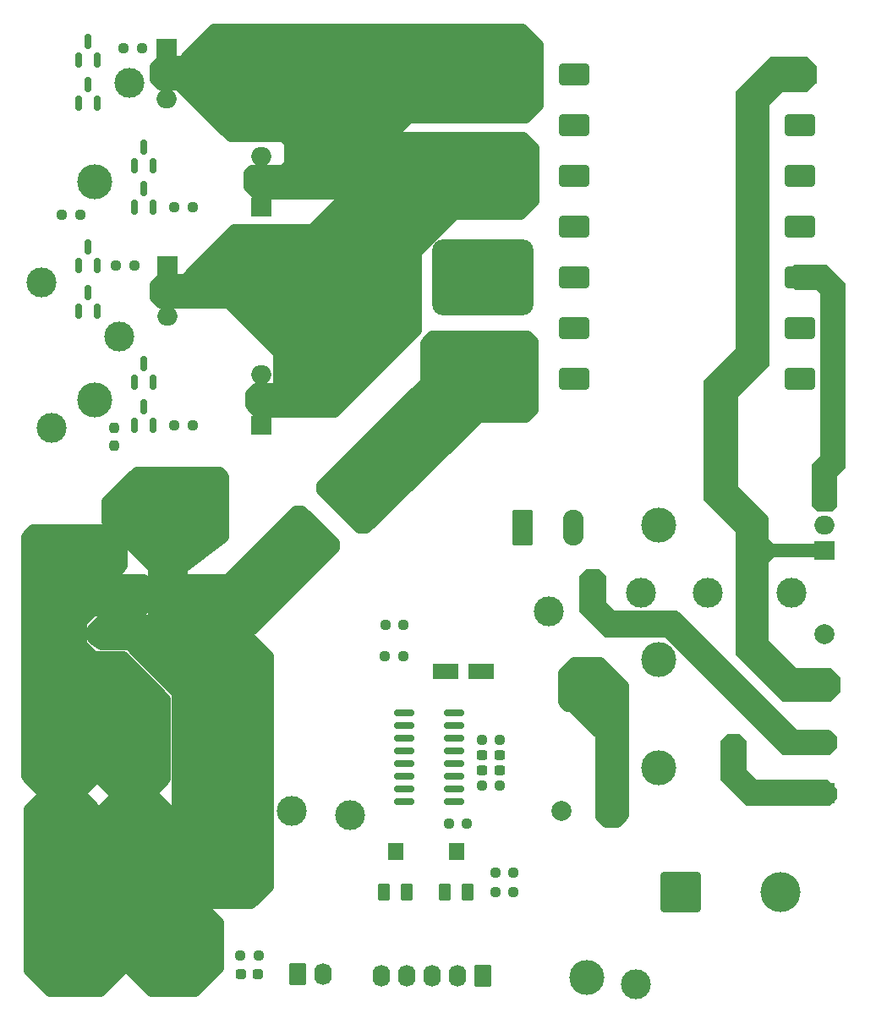
<source format=gbr>
%TF.GenerationSoftware,KiCad,Pcbnew,9.0.3*%
%TF.CreationDate,2025-08-21T00:43:34-03:00*%
%TF.ProjectId,PCB_Conversor,5043425f-436f-46e7-9665-72736f722e6b,rev?*%
%TF.SameCoordinates,Original*%
%TF.FileFunction,Soldermask,Top*%
%TF.FilePolarity,Negative*%
%FSLAX46Y46*%
G04 Gerber Fmt 4.6, Leading zero omitted, Abs format (unit mm)*
G04 Created by KiCad (PCBNEW 9.0.3) date 2025-08-21 00:43:34*
%MOMM*%
%LPD*%
G01*
G04 APERTURE LIST*
G04 Aperture macros list*
%AMRoundRect*
0 Rectangle with rounded corners*
0 $1 Rounding radius*
0 $2 $3 $4 $5 $6 $7 $8 $9 X,Y pos of 4 corners*
0 Add a 4 corners polygon primitive as box body*
4,1,4,$2,$3,$4,$5,$6,$7,$8,$9,$2,$3,0*
0 Add four circle primitives for the rounded corners*
1,1,$1+$1,$2,$3*
1,1,$1+$1,$4,$5*
1,1,$1+$1,$6,$7*
1,1,$1+$1,$8,$9*
0 Add four rect primitives between the rounded corners*
20,1,$1+$1,$2,$3,$4,$5,0*
20,1,$1+$1,$4,$5,$6,$7,0*
20,1,$1+$1,$6,$7,$8,$9,0*
20,1,$1+$1,$8,$9,$2,$3,0*%
G04 Aperture macros list end*
%ADD10C,1.200000*%
%ADD11C,8.636000*%
%ADD12RoundRect,0.237500X-0.250000X-0.237500X0.250000X-0.237500X0.250000X0.237500X-0.250000X0.237500X0*%
%ADD13RoundRect,0.250000X0.620000X0.845000X-0.620000X0.845000X-0.620000X-0.845000X0.620000X-0.845000X0*%
%ADD14O,1.740000X2.190000*%
%ADD15RoundRect,0.250000X-1.050000X-0.550000X1.050000X-0.550000X1.050000X0.550000X-1.050000X0.550000X0*%
%ADD16C,3.000000*%
%ADD17RoundRect,0.237500X0.250000X0.237500X-0.250000X0.237500X-0.250000X-0.237500X0.250000X-0.237500X0*%
%ADD18RoundRect,0.250001X-0.949999X0.949999X-0.949999X-0.949999X0.949999X-0.949999X0.949999X0.949999X0*%
%ADD19C,2.400000*%
%ADD20RoundRect,0.237500X0.237500X-0.250000X0.237500X0.250000X-0.237500X0.250000X-0.237500X-0.250000X0*%
%ADD21RoundRect,0.250000X-1.750000X-1.750000X1.750000X-1.750000X1.750000X1.750000X-1.750000X1.750000X0*%
%ADD22C,4.000000*%
%ADD23RoundRect,0.150000X0.150000X-0.587500X0.150000X0.587500X-0.150000X0.587500X-0.150000X-0.587500X0*%
%ADD24RoundRect,0.250000X0.350000X0.625000X-0.350000X0.625000X-0.350000X-0.625000X0.350000X-0.625000X0*%
%ADD25RoundRect,0.250000X0.550000X0.625000X-0.550000X0.625000X-0.550000X-0.625000X0.550000X-0.625000X0*%
%ADD26RoundRect,0.253000X0.347000X0.622000X-0.347000X0.622000X-0.347000X-0.622000X0.347000X-0.622000X0*%
%ADD27C,3.810000*%
%ADD28RoundRect,0.237500X0.287500X0.237500X-0.287500X0.237500X-0.287500X-0.237500X0.287500X-0.237500X0*%
%ADD29RoundRect,0.249999X-0.790001X-1.550001X0.790001X-1.550001X0.790001X1.550001X-0.790001X1.550001X0*%
%ADD30O,2.080000X3.600000*%
%ADD31RoundRect,0.250000X-0.620000X-0.845000X0.620000X-0.845000X0.620000X0.845000X-0.620000X0.845000X0*%
%ADD32RoundRect,0.237500X-0.300000X-0.237500X0.300000X-0.237500X0.300000X0.237500X-0.300000X0.237500X0*%
%ADD33RoundRect,1.143000X-3.937000X2.667000X-3.937000X-2.667000X3.937000X-2.667000X3.937000X2.667000X0*%
%ADD34RoundRect,0.330000X-1.170000X-0.770000X1.170000X-0.770000X1.170000X0.770000X-1.170000X0.770000X0*%
%ADD35RoundRect,0.237500X0.300000X0.237500X-0.300000X0.237500X-0.300000X-0.237500X0.300000X-0.237500X0*%
%ADD36RoundRect,0.150000X0.825000X0.150000X-0.825000X0.150000X-0.825000X-0.150000X0.825000X-0.150000X0*%
%ADD37C,3.500000*%
%ADD38R,2.000000X2.000000*%
%ADD39C,2.000000*%
%ADD40R,2.000000X1.905000*%
%ADD41O,2.000000X1.905000*%
G04 APERTURE END LIST*
D10*
X113271000Y-61512246D02*
X113271000Y-66846246D01*
X112001000Y-68116246D01*
X105397000Y-68116246D01*
X101460000Y-72053246D01*
X101460000Y-79800246D01*
X93332000Y-87928246D01*
X85585000Y-87928246D01*
X84950000Y-87293246D01*
X84950000Y-86150246D01*
X85458000Y-85642246D01*
X87490000Y-85642246D01*
X87744000Y-85388246D01*
X87744000Y-82086246D01*
X82664000Y-77006246D01*
X75933000Y-77006246D01*
X75425000Y-76498246D01*
X75425000Y-75228246D01*
X75933000Y-74720246D01*
X78346000Y-74720246D01*
X83299000Y-69767246D01*
X91046000Y-69767246D01*
X100317000Y-60496246D01*
X112255000Y-60496246D01*
X113271000Y-61512246D01*
G36*
X113271000Y-61512246D02*
G01*
X113271000Y-66846246D01*
X112001000Y-68116246D01*
X105397000Y-68116246D01*
X101460000Y-72053246D01*
X101460000Y-79800246D01*
X93332000Y-87928246D01*
X85585000Y-87928246D01*
X84950000Y-87293246D01*
X84950000Y-86150246D01*
X85458000Y-85642246D01*
X87490000Y-85642246D01*
X87744000Y-85388246D01*
X87744000Y-82086246D01*
X82664000Y-77006246D01*
X75933000Y-77006246D01*
X75425000Y-76498246D01*
X75425000Y-75228246D01*
X75933000Y-74720246D01*
X78346000Y-74720246D01*
X83299000Y-69767246D01*
X91046000Y-69767246D01*
X100317000Y-60496246D01*
X112255000Y-60496246D01*
X113271000Y-61512246D01*
G37*
X76631000Y-127773246D02*
X76631000Y-133996246D01*
X81711000Y-139076246D01*
X81711000Y-143648246D01*
X79425000Y-145934246D01*
X74980000Y-145934246D01*
X72948000Y-143902246D01*
X72948000Y-136830651D01*
X70154000Y-134163651D01*
X70154000Y-127773246D01*
X71424000Y-126503246D01*
X75361000Y-126503246D01*
X76631000Y-127773246D01*
G36*
X76631000Y-127773246D02*
G01*
X76631000Y-133996246D01*
X81711000Y-139076246D01*
X81711000Y-143648246D01*
X79425000Y-145934246D01*
X74980000Y-145934246D01*
X72948000Y-143902246D01*
X72948000Y-136830651D01*
X70154000Y-134163651D01*
X70154000Y-127773246D01*
X71424000Y-126503246D01*
X75361000Y-126503246D01*
X76631000Y-127773246D01*
G37*
X122263198Y-115365598D02*
X122263198Y-128333995D01*
X121623695Y-128987598D01*
X120549198Y-128987598D01*
X120041198Y-128479598D01*
X120041198Y-120250211D01*
X117056198Y-117397598D01*
X116675198Y-117397598D01*
X116294198Y-117016598D01*
X116294198Y-114095598D01*
X117310198Y-113079598D01*
X119977198Y-113079598D01*
X122263198Y-115365598D01*
G36*
X122263198Y-115365598D02*
G01*
X122263198Y-128333995D01*
X121623695Y-128987598D01*
X120549198Y-128987598D01*
X120041198Y-128479598D01*
X120041198Y-120250211D01*
X117056198Y-117397598D01*
X116675198Y-117397598D01*
X116294198Y-117016598D01*
X116294198Y-114095598D01*
X117310198Y-113079598D01*
X119977198Y-113079598D01*
X122263198Y-115365598D01*
G37*
X113652000Y-51225246D02*
X113652000Y-57321246D01*
X112509000Y-58464246D01*
X100825000Y-58464246D01*
X93205000Y-66084246D01*
X85458000Y-66084246D01*
X84823000Y-65449246D01*
X84823000Y-64052246D01*
X85077000Y-63798246D01*
X88252000Y-63798246D01*
X88887000Y-63163246D01*
X88887000Y-61004246D01*
X88252000Y-60369246D01*
X82918000Y-60369246D01*
X77711000Y-55162246D01*
X75933000Y-55162246D01*
X75425000Y-54654246D01*
X75425000Y-53384246D01*
X75933000Y-52876246D01*
X78092000Y-52876246D01*
X81267000Y-49701246D01*
X112128000Y-49701246D01*
X113652000Y-51225246D01*
G36*
X113652000Y-51225246D02*
G01*
X113652000Y-57321246D01*
X112509000Y-58464246D01*
X100825000Y-58464246D01*
X93205000Y-66084246D01*
X85458000Y-66084246D01*
X84823000Y-65449246D01*
X84823000Y-64052246D01*
X85077000Y-63798246D01*
X88252000Y-63798246D01*
X88887000Y-63163246D01*
X88887000Y-61004246D01*
X88252000Y-60369246D01*
X82918000Y-60369246D01*
X77711000Y-55162246D01*
X75933000Y-55162246D01*
X75425000Y-54654246D01*
X75425000Y-53384246D01*
X75933000Y-52876246D01*
X78092000Y-52876246D01*
X81267000Y-49701246D01*
X112128000Y-49701246D01*
X113652000Y-51225246D01*
G37*
X74218000Y-107707246D02*
X74091000Y-107834246D01*
X69138000Y-107834246D01*
X67995000Y-108977246D01*
X67995000Y-111263246D01*
X69265000Y-112533246D01*
X72186000Y-112533246D01*
X76377000Y-116724246D01*
X76377000Y-124725246D01*
X75234000Y-125868246D01*
X71043000Y-125868246D01*
X70027000Y-124852246D01*
X70027000Y-116978246D01*
X65518000Y-112469246D01*
X65518000Y-107898246D01*
X68630000Y-104786246D01*
X74218000Y-104786246D01*
X74218000Y-107707246D01*
G36*
X74218000Y-107707246D02*
G01*
X74091000Y-107834246D01*
X69138000Y-107834246D01*
X67995000Y-108977246D01*
X67995000Y-111263246D01*
X69265000Y-112533246D01*
X72186000Y-112533246D01*
X76377000Y-116724246D01*
X76377000Y-124725246D01*
X75234000Y-125868246D01*
X71043000Y-125868246D01*
X70027000Y-124852246D01*
X70027000Y-116978246D01*
X65518000Y-112469246D01*
X65518000Y-107898246D01*
X68630000Y-104786246D01*
X74218000Y-104786246D01*
X74218000Y-107707246D01*
G37*
X69265000Y-127646246D02*
X69265000Y-134631246D01*
X71932000Y-137298246D01*
X71932000Y-143902246D01*
X69900000Y-145934246D01*
X64820000Y-145934246D01*
X62788000Y-143902246D01*
X62788000Y-127773246D01*
X64058000Y-126503246D01*
X68122000Y-126503246D01*
X69265000Y-127646246D01*
G36*
X69265000Y-127646246D02*
G01*
X69265000Y-134631246D01*
X71932000Y-137298246D01*
X71932000Y-143902246D01*
X69900000Y-145934246D01*
X64820000Y-145934246D01*
X62788000Y-143902246D01*
X62788000Y-127773246D01*
X64058000Y-126503246D01*
X68122000Y-126503246D01*
X69265000Y-127646246D01*
G37*
X93268000Y-101103246D02*
X93268000Y-101611246D01*
X85193000Y-109686246D01*
X78663000Y-109686246D01*
X78663000Y-104786246D01*
X82600000Y-104786246D01*
X89458000Y-97928246D01*
X90093000Y-97928246D01*
X93268000Y-101103246D01*
G36*
X93268000Y-101103246D02*
G01*
X93268000Y-101611246D01*
X85193000Y-109686246D01*
X78663000Y-109686246D01*
X78663000Y-104786246D01*
X82600000Y-104786246D01*
X89458000Y-97928246D01*
X90093000Y-97928246D01*
X93268000Y-101103246D01*
G37*
X82207948Y-94469840D02*
X82203523Y-100501246D01*
X78028000Y-103643246D01*
X78028000Y-110501246D01*
X84759000Y-110501246D01*
X86664000Y-112406246D01*
X86664000Y-135520246D01*
X85013000Y-137171246D01*
X80949000Y-137171246D01*
X77647000Y-133869246D01*
X77647000Y-132980246D01*
X77647000Y-116168230D01*
X72817112Y-111263246D01*
X70027000Y-111263246D01*
X69138000Y-110625600D01*
X69138000Y-109718079D01*
X70027000Y-108850246D01*
X75234000Y-108850246D01*
X75234000Y-103643246D01*
X70599000Y-98974469D01*
X70599000Y-96945246D01*
X73520000Y-94024246D01*
X81849593Y-94024246D01*
X82207948Y-94469840D01*
G36*
X82207948Y-94469840D02*
G01*
X82203523Y-100501246D01*
X78028000Y-103643246D01*
X78028000Y-110501246D01*
X84759000Y-110501246D01*
X86664000Y-112406246D01*
X86664000Y-135520246D01*
X85013000Y-137171246D01*
X80949000Y-137171246D01*
X77647000Y-133869246D01*
X77647000Y-132980246D01*
X77647000Y-116168230D01*
X72817112Y-111263246D01*
X70027000Y-111263246D01*
X69138000Y-110625600D01*
X69138000Y-109718079D01*
X70027000Y-108850246D01*
X75234000Y-108850246D01*
X75234000Y-103643246D01*
X70599000Y-98974469D01*
X70599000Y-96945246D01*
X73520000Y-94024246D01*
X81849593Y-94024246D01*
X82207948Y-94469840D01*
G37*
X72059000Y-101611246D02*
X72059000Y-103389246D01*
X71424000Y-104024246D01*
X68376000Y-104024246D01*
X64947000Y-107453246D01*
X64947000Y-113168246D01*
X69138000Y-117359246D01*
X69138000Y-124852246D01*
X68122000Y-125868246D01*
X63931000Y-125868246D01*
X62534000Y-124471246D01*
X62534000Y-100468246D01*
X63169000Y-99833246D01*
X70281000Y-99833246D01*
X72059000Y-101611246D01*
G36*
X72059000Y-101611246D02*
G01*
X72059000Y-103389246D01*
X71424000Y-104024246D01*
X68376000Y-104024246D01*
X64947000Y-107453246D01*
X64947000Y-113168246D01*
X69138000Y-117359246D01*
X69138000Y-124852246D01*
X68122000Y-125868246D01*
X63931000Y-125868246D01*
X62534000Y-124471246D01*
X62534000Y-100468246D01*
X63169000Y-99833246D01*
X70281000Y-99833246D01*
X72059000Y-101611246D01*
G37*
X113144000Y-80943246D02*
X113144000Y-82963093D01*
X113144000Y-87801246D01*
X112509000Y-88436246D01*
X107810000Y-88436246D01*
X96489216Y-99579246D01*
X95818519Y-99579246D01*
X92125000Y-95821117D01*
X92125000Y-95278995D01*
X102476000Y-85007246D01*
X102476000Y-81070246D01*
X103111000Y-80435246D01*
X112636000Y-80435246D01*
X113144000Y-80943246D01*
G36*
X113144000Y-80943246D02*
G01*
X113144000Y-82963093D01*
X113144000Y-87801246D01*
X112509000Y-88436246D01*
X107810000Y-88436246D01*
X96489216Y-99579246D01*
X95818519Y-99579246D01*
X92125000Y-95821117D01*
X92125000Y-95278995D01*
X102476000Y-85007246D01*
X102476000Y-81070246D01*
X103111000Y-80435246D01*
X112636000Y-80435246D01*
X113144000Y-80943246D01*
G37*
D11*
%TO.C,Pwr+2*%
X77330000Y-141616246D03*
%TD*%
D12*
%TO.C,R31*%
X108082000Y-120788246D03*
X109907000Y-120788246D03*
%TD*%
D13*
%TO.C,HMI_Signal_B1*%
X108191000Y-144410246D03*
D14*
X105651000Y-144410246D03*
X103111000Y-144410246D03*
X100571000Y-144410246D03*
X98031000Y-144410246D03*
%TD*%
D12*
%TO.C,R25*%
X77306500Y-89325246D03*
X79131500Y-89325246D03*
%TD*%
D15*
%TO.C,C16*%
X104424000Y-113930246D03*
X108024000Y-113930246D03*
%TD*%
D12*
%TO.C,R22*%
X66027000Y-68243246D03*
X67852000Y-68243246D03*
%TD*%
D16*
%TO.C,TP2*%
X71742000Y-80435246D03*
%TD*%
D12*
%TO.C,R23*%
X72226500Y-51530046D03*
X74051500Y-51530046D03*
%TD*%
D17*
%TO.C,R2*%
X85712000Y-142378246D03*
X83887000Y-142378246D03*
%TD*%
D18*
%TO.C,C3*%
X69723000Y-102659246D03*
D19*
X69723000Y-110159246D03*
%TD*%
D17*
%TO.C,R32*%
X100213500Y-112439246D03*
X98388500Y-112439246D03*
%TD*%
D20*
%TO.C,R24*%
X71234000Y-91357246D03*
X71234000Y-89532246D03*
%TD*%
D18*
%TO.C,C4*%
X85839000Y-106353492D03*
D19*
X85839000Y-113853492D03*
%TD*%
D16*
%TO.C,TP5*%
X123494000Y-145299246D03*
%TD*%
D21*
%TO.C,C5*%
X128003000Y-136028246D03*
D22*
X138003000Y-136028246D03*
%TD*%
D12*
%TO.C,R29*%
X109437500Y-134123246D03*
X111262500Y-134123246D03*
%TD*%
D23*
%TO.C,Q14*%
X73271000Y-63290246D03*
X75171000Y-63290246D03*
X74221000Y-61415246D03*
%TD*%
D24*
%TO.C,RV2*%
X100578000Y-136021246D03*
D25*
X99428000Y-131971246D03*
D26*
X98278000Y-136021246D03*
%TD*%
D27*
%TO.C,F1*%
X65836000Y-133361246D03*
X65836000Y-128281246D03*
X65836000Y-124090246D03*
X65836000Y-119010246D03*
%TD*%
D12*
%TO.C,R21*%
X77306500Y-67481246D03*
X79131500Y-67481246D03*
%TD*%
%TO.C,R40*%
X104762000Y-129170246D03*
X106587000Y-129170246D03*
%TD*%
D16*
%TO.C,TP6*%
X65011000Y-89579246D03*
%TD*%
D28*
%TO.C,D6*%
X85684000Y-144283246D03*
X83934000Y-144283246D03*
%TD*%
D23*
%TO.C,Q23*%
X67678000Y-77895246D03*
X69578000Y-77895246D03*
X68628000Y-76020246D03*
%TD*%
D11*
%TO.C,Pwr+1*%
X67551000Y-141616246D03*
%TD*%
D24*
%TO.C,RV1*%
X106674000Y-136021246D03*
D25*
X105524000Y-131971246D03*
D26*
X104374000Y-136021246D03*
%TD*%
D16*
%TO.C,TP8*%
X114795000Y-107961246D03*
%TD*%
%TO.C,TP7*%
X63995000Y-74974246D03*
%TD*%
%TO.C,TP9*%
X94856000Y-128314246D03*
%TD*%
D29*
%TO.C,HVDCBus_A1*%
X112128000Y-99579246D03*
D30*
X117208000Y-99579246D03*
%TD*%
D16*
%TO.C,TP4*%
X124002000Y-106056246D03*
%TD*%
D17*
%TO.C,R28*%
X111262500Y-136028246D03*
X109437500Y-136028246D03*
%TD*%
D31*
%TO.C,12V_PwrCnv1*%
X89649000Y-144283246D03*
D14*
X92189000Y-144283246D03*
%TD*%
D17*
%TO.C,R33*%
X100248616Y-109319252D03*
X98423616Y-109319252D03*
%TD*%
D11*
%TO.C,Pwr-1*%
X82410000Y-123201246D03*
%TD*%
D32*
%TO.C,C14*%
X108131200Y-123836246D03*
X109856200Y-123836246D03*
%TD*%
D16*
%TO.C,TP3*%
X72758000Y-55035246D03*
%TD*%
D23*
%TO.C,Q22*%
X67678000Y-73323246D03*
X69578000Y-73323246D03*
X68628000Y-71448246D03*
%TD*%
%TO.C,Q16*%
X67683000Y-52719246D03*
X69583000Y-52719246D03*
X68633000Y-50844246D03*
%TD*%
D12*
%TO.C,R26*%
X71464500Y-73323246D03*
X73289500Y-73323246D03*
%TD*%
D33*
%TO.C,TR1*%
X108191000Y-54146246D03*
X108191000Y-64306246D03*
X108191000Y-74466246D03*
X108191000Y-84626246D03*
D34*
X139941000Y-54146246D03*
X139941000Y-74466246D03*
X117335000Y-54146246D03*
X139941000Y-59226246D03*
X117335000Y-59226246D03*
X139941000Y-64306246D03*
X117335000Y-64306246D03*
X139941000Y-69386246D03*
X117335000Y-69386246D03*
X117335000Y-74466246D03*
X139941000Y-79546246D03*
X117335000Y-79546246D03*
X139941000Y-84626246D03*
X117335000Y-84626246D03*
%TD*%
D11*
%TO.C,Pwr-2*%
X82410000Y-132599246D03*
%TD*%
D12*
%TO.C,R30*%
X108082000Y-125360246D03*
X109907000Y-125360246D03*
%TD*%
D27*
%TO.C,F2*%
X73329000Y-133361246D03*
X73329000Y-128281246D03*
X73329000Y-124090246D03*
X73329000Y-119010246D03*
%TD*%
D16*
%TO.C,L1*%
X139115000Y-106056246D03*
X130735000Y-106056246D03*
%TD*%
D23*
%TO.C,Q17*%
X67683000Y-57067246D03*
X69583000Y-57067246D03*
X68633000Y-55192246D03*
%TD*%
%TO.C,Q20*%
X73266000Y-85007246D03*
X75166000Y-85007246D03*
X74216000Y-83132246D03*
%TD*%
D35*
%TO.C,C15*%
X109856200Y-122312246D03*
X108131200Y-122312246D03*
%TD*%
D36*
%TO.C,U12*%
X105270000Y-127011246D03*
X105270000Y-125741246D03*
X105270000Y-124471246D03*
X105270000Y-123201246D03*
X105270000Y-121931246D03*
X105270000Y-120661246D03*
X105270000Y-119391246D03*
X105270000Y-118121246D03*
X100320000Y-118121246D03*
X100320000Y-119391246D03*
X100320000Y-120661246D03*
X100320000Y-121931246D03*
X100320000Y-123201246D03*
X100320000Y-124471246D03*
X100320000Y-125741246D03*
X100320000Y-127011246D03*
%TD*%
D16*
%TO.C,TP1*%
X89014000Y-127933246D03*
%TD*%
D23*
%TO.C,Q19*%
X73266000Y-89325246D03*
X75166000Y-89325246D03*
X74216000Y-87450246D03*
%TD*%
%TO.C,Q13*%
X73271000Y-67481246D03*
X75171000Y-67481246D03*
X74221000Y-65606246D03*
%TD*%
D37*
%TO.C,D4*%
X125757000Y-123582246D03*
D38*
X142417000Y-126122246D03*
D39*
X142417000Y-121042246D03*
%TD*%
D37*
%TO.C,D5*%
X118607000Y-144560246D03*
D38*
X121147000Y-127900246D03*
D39*
X116067000Y-127900246D03*
%TD*%
D37*
%TO.C,D3*%
X125757000Y-99325246D03*
D40*
X142417000Y-101865246D03*
D41*
X142417000Y-99325246D03*
X142417000Y-96785246D03*
%TD*%
D37*
%TO.C,D2*%
X125757000Y-112787246D03*
D38*
X142417000Y-115327246D03*
D39*
X142417000Y-110247246D03*
%TD*%
D37*
%TO.C,Q18*%
X93205000Y-54082746D03*
D40*
X76545000Y-51542746D03*
D41*
X76545000Y-54082746D03*
X76545000Y-56622746D03*
%TD*%
D37*
%TO.C,Q21*%
X69329000Y-86785246D03*
D40*
X85989000Y-89325246D03*
D41*
X85989000Y-86785246D03*
X85989000Y-84245246D03*
%TD*%
D37*
%TO.C,Q15*%
X69306000Y-64941246D03*
D40*
X85966000Y-67481246D03*
D41*
X85966000Y-64941246D03*
X85966000Y-62401246D03*
%TD*%
D37*
%TO.C,Q24*%
X93228000Y-75863246D03*
D40*
X76568000Y-73323246D03*
D41*
X76568000Y-75863246D03*
X76568000Y-78403246D03*
%TD*%
G36*
X119890677Y-103695931D02*
G01*
X119911319Y-103712565D01*
X120473681Y-104274927D01*
X120507166Y-104336250D01*
X120510000Y-104362608D01*
X120510000Y-106978246D01*
X121399000Y-107867246D01*
X127697638Y-107867246D01*
X127764677Y-107886931D01*
X127785319Y-107903565D01*
X139687000Y-119805246D01*
X142937638Y-119805246D01*
X143004677Y-119824931D01*
X143025319Y-119841565D01*
X143587681Y-120403927D01*
X143621166Y-120465250D01*
X143624000Y-120491608D01*
X143624000Y-121531884D01*
X143604315Y-121598923D01*
X143587681Y-121619565D01*
X142898319Y-122308927D01*
X142836996Y-122342412D01*
X142810638Y-122345246D01*
X138341362Y-122345246D01*
X138274323Y-122325561D01*
X138253681Y-122308927D01*
X126479000Y-110534246D01*
X120434362Y-110534246D01*
X120367323Y-110514561D01*
X120346681Y-110497927D01*
X117879319Y-108030565D01*
X117845834Y-107969242D01*
X117843000Y-107942884D01*
X117843000Y-104489608D01*
X117862685Y-104422569D01*
X117879319Y-104401927D01*
X118568681Y-103712565D01*
X118630004Y-103679080D01*
X118656362Y-103676246D01*
X119823638Y-103676246D01*
X119890677Y-103695931D01*
G37*
G36*
X133860677Y-120205931D02*
G01*
X133881319Y-120222565D01*
X134570681Y-120911927D01*
X134604166Y-120973250D01*
X134607000Y-120999608D01*
X134607000Y-123742246D01*
X135623000Y-124758246D01*
X142683638Y-124758246D01*
X142750677Y-124777931D01*
X142771319Y-124794565D01*
X143587681Y-125610927D01*
X143621166Y-125672250D01*
X143624000Y-125698608D01*
X143624000Y-126611884D01*
X143604315Y-126678923D01*
X143587681Y-126699565D01*
X142898319Y-127388927D01*
X142836996Y-127422412D01*
X142810638Y-127425246D01*
X134658362Y-127425246D01*
X134591323Y-127405561D01*
X134570681Y-127388927D01*
X131976319Y-124794565D01*
X131942834Y-124733242D01*
X131940000Y-124706884D01*
X131940000Y-120999608D01*
X131959685Y-120932569D01*
X131976319Y-120911927D01*
X132665681Y-120222565D01*
X132727004Y-120189080D01*
X132753362Y-120186246D01*
X133793638Y-120186246D01*
X133860677Y-120205931D01*
G37*
G36*
X142623677Y-73215931D02*
G01*
X142644319Y-73232565D01*
X144476681Y-75064927D01*
X144510166Y-75126250D01*
X144513000Y-75152608D01*
X144513000Y-93464884D01*
X144493315Y-93531923D01*
X144476681Y-93552565D01*
X143624000Y-94405245D01*
X143624000Y-97401884D01*
X143604315Y-97468923D01*
X143587681Y-97489565D01*
X143152319Y-97924927D01*
X143090996Y-97958412D01*
X143064638Y-97961246D01*
X141770362Y-97961246D01*
X141703323Y-97941561D01*
X141682681Y-97924927D01*
X141120319Y-97362565D01*
X141086834Y-97301242D01*
X141084000Y-97274884D01*
X141084000Y-93313608D01*
X141103685Y-93246569D01*
X141120319Y-93225927D01*
X141972999Y-92373246D01*
X141973000Y-92373245D01*
X141973000Y-76117246D01*
X141592000Y-75736246D01*
X139484362Y-75736246D01*
X139417323Y-75716561D01*
X139396681Y-75699927D01*
X138707319Y-75010565D01*
X138673834Y-74949242D01*
X138671000Y-74922884D01*
X138671000Y-74009608D01*
X138690685Y-73942569D01*
X138707319Y-73921927D01*
X139396681Y-73232565D01*
X139458004Y-73199080D01*
X139484362Y-73196246D01*
X142556638Y-73196246D01*
X142623677Y-73215931D01*
G37*
G36*
X140718677Y-52387931D02*
G01*
X140739319Y-52404565D01*
X141555681Y-53220927D01*
X141589166Y-53282250D01*
X141592000Y-53308608D01*
X141592000Y-54983884D01*
X141572315Y-55050923D01*
X141555681Y-55071565D01*
X140739319Y-55887927D01*
X140677996Y-55921412D01*
X140651638Y-55924246D01*
X138162999Y-55924246D01*
X136893000Y-57194245D01*
X136893000Y-83177884D01*
X136873315Y-83244923D01*
X136856681Y-83265565D01*
X133718000Y-86404245D01*
X133718000Y-95421246D01*
X136729681Y-98432927D01*
X136763166Y-98494250D01*
X136766000Y-98520608D01*
X136766000Y-100628246D01*
X137274000Y-101136246D01*
X142683638Y-101136246D01*
X142750677Y-101155931D01*
X142771319Y-101172565D01*
X143079681Y-101480927D01*
X143113166Y-101542250D01*
X143116000Y-101568608D01*
X143116000Y-102227884D01*
X143096315Y-102294923D01*
X143079681Y-102315565D01*
X142898319Y-102496927D01*
X142836996Y-102530412D01*
X142810638Y-102533246D01*
X137273999Y-102533246D01*
X136766000Y-103041245D01*
X136766000Y-110788246D01*
X139560000Y-113582246D01*
X142937638Y-113582246D01*
X143004677Y-113601931D01*
X143025319Y-113618565D01*
X143968681Y-114561927D01*
X144002166Y-114623250D01*
X144005000Y-114649608D01*
X144005000Y-115943884D01*
X143985315Y-116010923D01*
X143968681Y-116031565D01*
X143025319Y-116974927D01*
X142963996Y-117008412D01*
X142937638Y-117011246D01*
X138341362Y-117011246D01*
X138274323Y-116991561D01*
X138253681Y-116974927D01*
X133500319Y-112221565D01*
X133466834Y-112160242D01*
X133464000Y-112133884D01*
X133464000Y-99993246D01*
X130325319Y-96854565D01*
X130291834Y-96793242D01*
X130289000Y-96766884D01*
X130289000Y-84931608D01*
X130308685Y-84864569D01*
X130325319Y-84843927D01*
X133463999Y-81705246D01*
X133464000Y-81705245D01*
X133464000Y-55975608D01*
X133483685Y-55908569D01*
X133500319Y-55887927D01*
X136983681Y-52404565D01*
X137045004Y-52371080D01*
X137071362Y-52368246D01*
X140651638Y-52368246D01*
X140718677Y-52387931D01*
G37*
M02*

</source>
